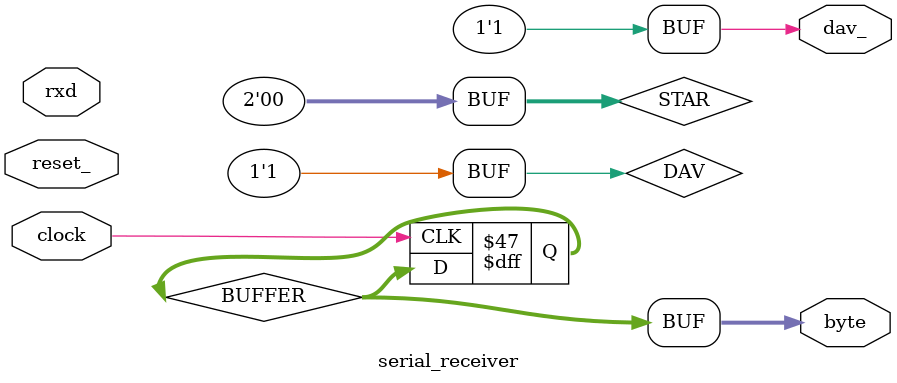
<source format=v>
module serial_receiver(clock, reset_, dav_, /*rfd,*/ byte, rxd);
	input clock, reset_;
	output dav_;
	// input rfd;
	output[7:0] byte; 
	input rxd;

	reg[7:0] BUFFER;
	assign byte = BUFFER;

	reg DAV;
	assign dav_ = DAV;

	reg[4:0] WAIT;
	reg[3:0] COUNT;

	reg[1:0] STAR;
	localparam
		s0 = 2'B00,
		s1 = 2'B01,
		s2 = 2'B10,
		s3 = 2'B11;

	parameter start_bit = 1'B0;

	always @(reset_ == 0) #1 begin
		DAV <= 1;
		STAR <= s0;
	end

	always @(posedge clock) if(reset_ == 1) #0 begin
		casex(STAR)
			s0 : begin
				DAV <= 1;
				COUNT <= 8;
				WAIT <= 23;
				STAR <= (rxd == start_bit) ? s2 : s0;
			end
			s1 : begin
				BUFFER <= {rxd, BUFFER[7:1]};
				COUNT <= COUNT - 1;
				WAIT <= 15;
				STAR <= (COUNT == 1) ? s3 : s2;
			end
			s2 : begin
				WAIT <= WAIT - 1;
				STAR <= (WAIT == 1) ? s1 : s2;
			end
			s3 : begin
				DAV <= 0;
				WAIT <= WAIT - 1;
				STAR <= (WAIT == 1) ? s0 : s3;
			end
		endcase
	end
endmodule

</source>
